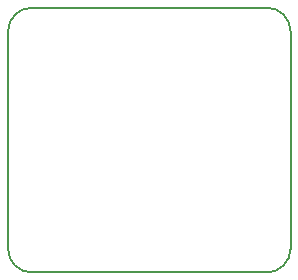
<source format=gbr>
%TF.GenerationSoftware,KiCad,Pcbnew,5.1.7-a382d34a8~87~ubuntu20.04.1*%
%TF.CreationDate,2020-11-06T18:29:47+02:00*%
%TF.ProjectId,BRK-SOIC-8-7.5x5.85-P1.27,42524b2d-534f-4494-932d-382d372e3578,v1.0*%
%TF.SameCoordinates,Original*%
%TF.FileFunction,Profile,NP*%
%FSLAX46Y46*%
G04 Gerber Fmt 4.6, Leading zero omitted, Abs format (unit mm)*
G04 Created by KiCad (PCBNEW 5.1.7-a382d34a8~87~ubuntu20.04.1) date 2020-11-06 18:29:47*
%MOMM*%
%LPD*%
G01*
G04 APERTURE LIST*
%TA.AperFunction,Profile*%
%ADD10C,0.150000*%
%TD*%
G04 APERTURE END LIST*
D10*
X111960000Y-86620000D02*
G75*
G03*
X109960000Y-84620000I-2000000J0D01*
G01*
X90040000Y-84620000D02*
G75*
G03*
X88040000Y-86620000I0J-2000000D01*
G01*
X88040000Y-105030000D02*
G75*
G03*
X90040000Y-107030000I2000000J0D01*
G01*
X109960000Y-107030000D02*
G75*
G03*
X111960000Y-105030000I0J2000000D01*
G01*
X90040000Y-107030000D02*
X109960000Y-107030000D01*
X90040000Y-84620000D02*
X109960000Y-84620000D01*
X111960000Y-105030000D02*
X111960000Y-86620000D01*
X88040000Y-86620000D02*
X88040000Y-105030000D01*
M02*

</source>
